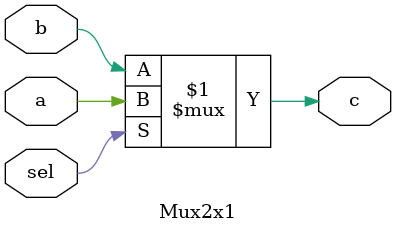
<source format=v>
`timescale 1ns / 1ps


module Mux2x1(input a,b,sel,output c);
    assign c = sel ? a : b;
endmodule


</source>
